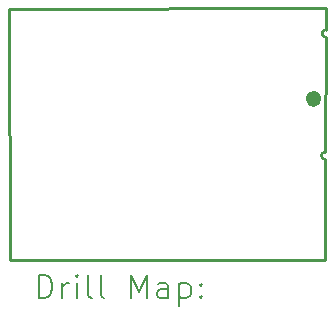
<source format=gbr>
%TF.GenerationSoftware,KiCad,Pcbnew,8.0.4+dfsg-1*%
%TF.CreationDate,2025-01-09T13:19:55-05:00*%
%TF.ProjectId,tag,7461672e-6b69-4636-9164-5f7063625858,1*%
%TF.SameCoordinates,Original*%
%TF.FileFunction,Drillmap*%
%TF.FilePolarity,Positive*%
%FSLAX45Y45*%
G04 Gerber Fmt 4.5, Leading zero omitted, Abs format (unit mm)*
G04 Created by KiCad (PCBNEW 8.0.4+dfsg-1) date 2025-01-09 13:19:55*
%MOMM*%
%LPD*%
G01*
G04 APERTURE LIST*
%ADD10C,0.254000*%
%ADD11C,0.250000*%
%ADD12C,0.677000*%
%ADD13C,0.200000*%
G04 APERTURE END LIST*
D10*
X8388000Y-2865000D02*
G75*
G02*
X8388000Y-2801000I0J32000D01*
G01*
D11*
X5709000Y-2622000D02*
X8388000Y-2619000D01*
D10*
X8383000Y-3899000D02*
G75*
G02*
X8383000Y-3835000I0J32000D01*
G01*
X8388000Y-2801000D02*
X8388000Y-2619000D01*
X8383000Y-3835000D02*
X8388000Y-2865000D01*
D12*
X8316850Y-3386000D02*
G75*
G02*
X8249150Y-3386000I-33850J0D01*
G01*
X8249150Y-3386000D02*
G75*
G02*
X8316850Y-3386000I33850J0D01*
G01*
D10*
X8383000Y-3899000D02*
X8382750Y-4750750D01*
X8382750Y-4750750D02*
X5710500Y-4750750D01*
X5710500Y-4750750D02*
X5709000Y-2622000D01*
D13*
X5957077Y-5074934D02*
X5957077Y-4874934D01*
X5957077Y-4874934D02*
X6004696Y-4874934D01*
X6004696Y-4874934D02*
X6033267Y-4884458D01*
X6033267Y-4884458D02*
X6052315Y-4903505D01*
X6052315Y-4903505D02*
X6061839Y-4922553D01*
X6061839Y-4922553D02*
X6071362Y-4960648D01*
X6071362Y-4960648D02*
X6071362Y-4989220D01*
X6071362Y-4989220D02*
X6061839Y-5027315D01*
X6061839Y-5027315D02*
X6052315Y-5046362D01*
X6052315Y-5046362D02*
X6033267Y-5065410D01*
X6033267Y-5065410D02*
X6004696Y-5074934D01*
X6004696Y-5074934D02*
X5957077Y-5074934D01*
X6157077Y-5074934D02*
X6157077Y-4941600D01*
X6157077Y-4979696D02*
X6166601Y-4960648D01*
X6166601Y-4960648D02*
X6176124Y-4951124D01*
X6176124Y-4951124D02*
X6195172Y-4941600D01*
X6195172Y-4941600D02*
X6214220Y-4941600D01*
X6280886Y-5074934D02*
X6280886Y-4941600D01*
X6280886Y-4874934D02*
X6271362Y-4884458D01*
X6271362Y-4884458D02*
X6280886Y-4893981D01*
X6280886Y-4893981D02*
X6290410Y-4884458D01*
X6290410Y-4884458D02*
X6280886Y-4874934D01*
X6280886Y-4874934D02*
X6280886Y-4893981D01*
X6404696Y-5074934D02*
X6385648Y-5065410D01*
X6385648Y-5065410D02*
X6376124Y-5046362D01*
X6376124Y-5046362D02*
X6376124Y-4874934D01*
X6509458Y-5074934D02*
X6490410Y-5065410D01*
X6490410Y-5065410D02*
X6480886Y-5046362D01*
X6480886Y-5046362D02*
X6480886Y-4874934D01*
X6738029Y-5074934D02*
X6738029Y-4874934D01*
X6738029Y-4874934D02*
X6804696Y-5017791D01*
X6804696Y-5017791D02*
X6871362Y-4874934D01*
X6871362Y-4874934D02*
X6871362Y-5074934D01*
X7052315Y-5074934D02*
X7052315Y-4970172D01*
X7052315Y-4970172D02*
X7042791Y-4951124D01*
X7042791Y-4951124D02*
X7023743Y-4941600D01*
X7023743Y-4941600D02*
X6985648Y-4941600D01*
X6985648Y-4941600D02*
X6966601Y-4951124D01*
X7052315Y-5065410D02*
X7033267Y-5074934D01*
X7033267Y-5074934D02*
X6985648Y-5074934D01*
X6985648Y-5074934D02*
X6966601Y-5065410D01*
X6966601Y-5065410D02*
X6957077Y-5046362D01*
X6957077Y-5046362D02*
X6957077Y-5027315D01*
X6957077Y-5027315D02*
X6966601Y-5008267D01*
X6966601Y-5008267D02*
X6985648Y-4998743D01*
X6985648Y-4998743D02*
X7033267Y-4998743D01*
X7033267Y-4998743D02*
X7052315Y-4989220D01*
X7147553Y-4941600D02*
X7147553Y-5141600D01*
X7147553Y-4951124D02*
X7166601Y-4941600D01*
X7166601Y-4941600D02*
X7204696Y-4941600D01*
X7204696Y-4941600D02*
X7223743Y-4951124D01*
X7223743Y-4951124D02*
X7233267Y-4960648D01*
X7233267Y-4960648D02*
X7242791Y-4979696D01*
X7242791Y-4979696D02*
X7242791Y-5036839D01*
X7242791Y-5036839D02*
X7233267Y-5055886D01*
X7233267Y-5055886D02*
X7223743Y-5065410D01*
X7223743Y-5065410D02*
X7204696Y-5074934D01*
X7204696Y-5074934D02*
X7166601Y-5074934D01*
X7166601Y-5074934D02*
X7147553Y-5065410D01*
X7328505Y-5055886D02*
X7338029Y-5065410D01*
X7338029Y-5065410D02*
X7328505Y-5074934D01*
X7328505Y-5074934D02*
X7318982Y-5065410D01*
X7318982Y-5065410D02*
X7328505Y-5055886D01*
X7328505Y-5055886D02*
X7328505Y-5074934D01*
X7328505Y-4951124D02*
X7338029Y-4960648D01*
X7338029Y-4960648D02*
X7328505Y-4970172D01*
X7328505Y-4970172D02*
X7318982Y-4960648D01*
X7318982Y-4960648D02*
X7328505Y-4951124D01*
X7328505Y-4951124D02*
X7328505Y-4970172D01*
M02*

</source>
